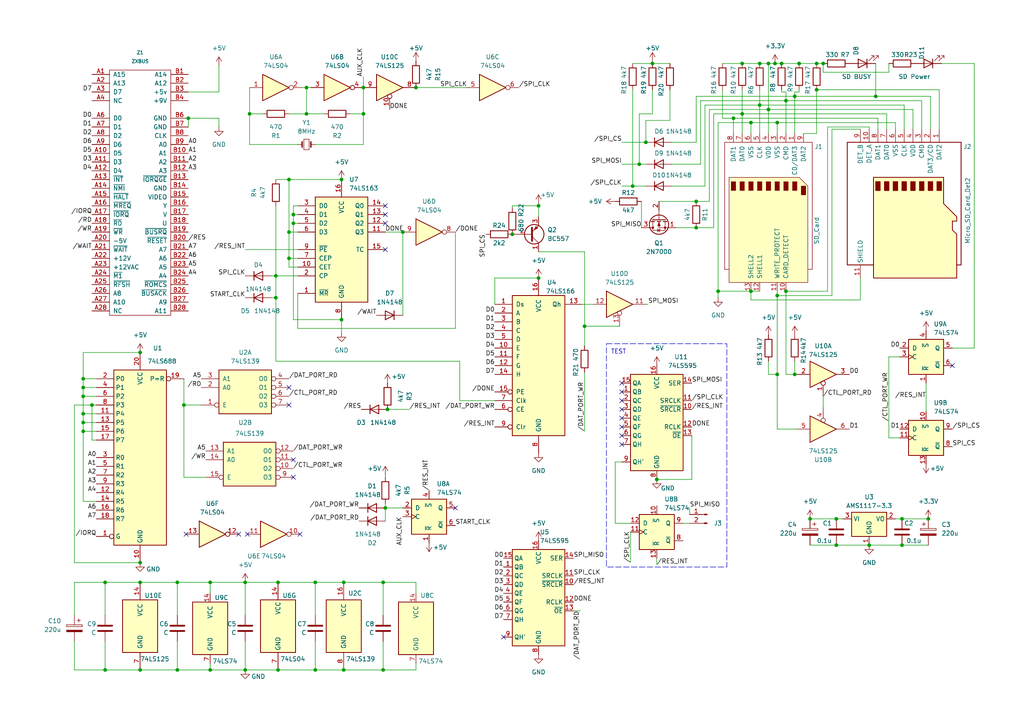
<source format=kicad_sch>
(kicad_sch (version 20230121) (generator eeschema)
  (paper "A4")
  (title_block (title "Hardware version of Z-Controller (SD Card)") (date "2024-08-21") (rev "V 0.1") (company "Mak7ym / 7FFD"))
  (junction (at 183.515 53.975))
  (junction (at 24.13 120.015))
  (junction (at 99.06 52.07))
  (junction (at 226.695 18.415))
  (junction (at 236.855 18.415))
  (junction (at 111.125 194.31))
  (junction (at 230.505 108.585))
  (junction (at 230.505 27.94))
  (junction (at 169.545 94.615))
  (junction (at 227.965 29.21))
  (junction (at 231.775 18.415))
  (junction (at 112.395 118.745))
  (junction (at 99.06 92.71))
  (junction (at 269.24 150.495))
  (junction (at 88.9 33.02))
  (junction (at 116.84 67.31))
  (junction (at 71.12 168.91))
  (junction (at 105.41 33.02))
  (junction (at 156.21 80.645))
  (junction (at 222.885 31.75))
  (junction (at 238.76 18.415))
  (junction (at 242.57 150.495))
  (junction (at 187.325 41.275))
  (junction (at 88.9 25.4))
  (junction (at 80.01 80.01))
  (junction (at 51.435 168.91))
  (junction (at 225.425 108.585))
  (junction (at 215.265 18.415))
  (junction (at 51.435 194.31))
  (junction (at 24.13 112.395))
  (junction (at 220.345 18.415))
  (junction (at 234.95 150.495))
  (junction (at 148.59 67.945))
  (junction (at 217.805 35.56))
  (junction (at 30.48 194.31))
  (junction (at 111.125 168.91))
  (junction (at 71.12 194.31))
  (junction (at 189.23 18.415))
  (junction (at 236.855 26.035))
  (junction (at 40.64 194.31))
  (junction (at 261.62 150.495))
  (junction (at 80.645 194.31))
  (junction (at 83.82 74.93))
  (junction (at 91.44 194.31))
  (junction (at 201.93 66.04))
  (junction (at 156.21 59.69))
  (junction (at 120.65 25.4))
  (junction (at 99.695 168.91))
  (junction (at 242.57 158.115))
  (junction (at 261.62 158.115))
  (junction (at 222.885 18.415))
  (junction (at 225.425 85.725))
  (junction (at 85.09 62.23))
  (junction (at 24.13 125.095))
  (junction (at 53.34 117.475))
  (junction (at 99.695 194.31))
  (junction (at 85.09 64.77))
  (junction (at 252.095 158.115))
  (junction (at 24.13 109.855))
  (junction (at 227.965 84.455))
  (junction (at 225.425 35.56))
  (junction (at 40.64 163.195))
  (junction (at 83.82 67.31))
  (junction (at 60.96 194.31))
  (junction (at 220.345 30.48))
  (junction (at 40.64 102.235))
  (junction (at 212.725 34.29))
  (junction (at 111.76 147.32))
  (junction (at 190.5 139.065))
  (junction (at 83.82 52.07))
  (junction (at 208.28 84.455))
  (junction (at 40.64 168.91))
  (junction (at 72.39 33.02))
  (junction (at 24.13 122.555))
  (junction (at 224.79 18.415))
  (junction (at 201.93 58.42))
  (junction (at 215.265 33.02))
  (junction (at 91.44 168.91))
  (junction (at 26.67 117.475))
  (junction (at 60.96 168.91))
  (junction (at 24.13 114.935))
  (junction (at 80.645 168.91))
  (junction (at 254 27.94))
  (junction (at 185.42 47.625))
  (junction (at 105.41 25.4))
  (junction (at 80.01 86.36))
  (junction (at 54.61 34.29))
  (junction (at 217.805 84.455))
  (junction (at 30.48 168.91))
  (no_connect (at 85.09 138.43))
  (no_connect (at 180.34 126.365))
  (no_connect (at 180.34 116.205))
  (no_connect (at 276.225 106.045))
  (no_connect (at 180.34 128.905))
  (no_connect (at 85.09 133.35))
  (no_connect (at 111.76 64.77))
  (no_connect (at 69.215 154.94))
  (no_connect (at 180.34 123.825))
  (no_connect (at 146.05 184.785))
  (no_connect (at 86.995 154.94))
  (no_connect (at 111.76 72.39))
  (no_connect (at 71.755 154.94))
  (no_connect (at 180.34 121.285))
  (no_connect (at 180.34 111.125))
  (no_connect (at 53.975 154.94))
  (no_connect (at 111.76 62.23))
  (no_connect (at 83.82 112.395))
  (no_connect (at 111.76 59.69))
  (no_connect (at 132.08 147.32))
  (no_connect (at 180.34 113.665))
  (no_connect (at 83.82 117.475))
  (no_connect (at 180.34 118.745))
  (wire (pts (xy 120.65 194.31) (xy 111.125 194.31)))
  (wire (pts (xy 169.545 107.95) (xy 169.545 125.095)))
  (wire (pts (xy 63.5 19.05) (xy 63.5 26.67)))
  (wire (pts (xy 208.28 84.455) (xy 208.28 35.56)))
  (wire (pts (xy 226.695 18.415) (xy 231.775 18.415)))
  (wire (pts (xy 60.96 194.31) (xy 71.12 194.31)))
  (wire (pts (xy 198.12 151.765) (xy 200.025 151.765)))
  (wire (pts (xy 207.01 33.02) (xy 215.265 33.02)))
  (wire (pts (xy 225.425 85.725) (xy 225.425 108.585)))
  (wire (pts (xy 53.34 117.475) (xy 58.42 117.475)))
  (wire (pts (xy 204.47 30.48) (xy 220.345 30.48)))
  (wire (pts (xy 217.805 84.455) (xy 220.345 84.455)))
  (wire (pts (xy 24.13 145.415) (xy 24.13 125.095)))
  (wire (pts (xy 230.505 27.94) (xy 230.505 38.735)))
  (wire (pts (xy 254.635 34.29) (xy 212.725 34.29)))
  (wire (pts (xy 71.12 194.31) (xy 80.645 194.31)))
  (wire (pts (xy 148.59 59.69) (xy 156.21 59.69)))
  (wire (pts (xy 105.41 25.4) (xy 105.41 33.02)))
  (wire (pts (xy 86.36 59.69) (xy 85.09 59.69)))
  (wire (pts (xy 201.93 58.42) (xy 205.74 58.42)))
  (wire (pts (xy 200.66 139.065) (xy 190.5 139.065)))
  (wire (pts (xy 111.125 186.055) (xy 111.125 194.31)))
  (wire (pts (xy 187.96 88.265) (xy 187.325 88.265)))
  (wire (pts (xy 222.885 18.415) (xy 224.79 18.415)))
  (wire (pts (xy 71.12 168.91) (xy 80.645 168.91)))
  (wire (pts (xy 261.62 150.495) (xy 269.24 150.495)))
  (wire (pts (xy 185.42 47.625) (xy 187.325 47.625)))
  (wire (pts (xy 99.06 92.71) (xy 99.06 96.52)))
  (wire (pts (xy 282.575 18.415) (xy 282.575 100.965)))
  (wire (pts (xy 54.61 34.29) (xy 54.61 36.83)))
  (wire (pts (xy 180.34 47.625) (xy 185.42 47.625)))
  (wire (pts (xy 236.855 18.415) (xy 238.76 18.415)))
  (wire (pts (xy 241.3 85.725) (xy 225.425 85.725)))
  (wire (pts (xy 215.265 33.02) (xy 257.175 33.02)))
  (wire (pts (xy 132.08 67.31) (xy 132.08 95.25)))
  (wire (pts (xy 238.76 118.11) (xy 238.76 114.935)))
  (wire (pts (xy 252.095 37.465) (xy 252.095 36.83)))
  (wire (pts (xy 209.55 26.035) (xy 209.55 34.29)))
  (wire (pts (xy 220.345 26.035) (xy 220.345 30.48)))
  (wire (pts (xy 169.545 73.025) (xy 169.545 94.615)))
  (wire (pts (xy 78.74 80.01) (xy 80.01 80.01)))
  (wire (pts (xy 27.94 114.935) (xy 24.13 114.935)))
  (wire (pts (xy 59.69 138.43) (xy 53.34 138.43)))
  (wire (pts (xy 227.965 84.455) (xy 240.03 84.455)))
  (wire (pts (xy 53.34 117.475) (xy 53.34 138.43)))
  (wire (pts (xy 111.76 67.31) (xy 116.84 67.31)))
  (wire (pts (xy 257.81 127) (xy 260.985 127)))
  (wire (pts (xy 99.06 92.71) (xy 85.09 92.71)))
  (wire (pts (xy 180.34 133.985) (xy 178.435 133.985)))
  (wire (pts (xy 208.28 35.56) (xy 217.805 35.56)))
  (wire (pts (xy 201.93 41.275) (xy 201.93 27.94)))
  (wire (pts (xy 80.645 194.31) (xy 91.44 194.31)))
  (wire (pts (xy 27.94 109.855) (xy 24.13 109.855)))
  (wire (pts (xy 257.175 33.02) (xy 257.175 37.465)))
  (wire (pts (xy 186.055 66.04) (xy 186.055 58.42)))
  (wire (pts (xy 236.855 26.035) (xy 272.415 26.035)))
  (wire (pts (xy 21.59 168.91) (xy 30.48 168.91)))
  (wire (pts (xy 63.5 26.67) (xy 54.61 26.67)))
  (wire (pts (xy 225.425 35.56) (xy 217.805 35.56)))
  (wire (pts (xy 80.01 52.07) (xy 83.82 52.07)))
  (wire (pts (xy 72.39 25.4) (xy 72.39 33.02)))
  (wire (pts (xy 180.34 53.975) (xy 183.515 53.975)))
  (wire (pts (xy 105.41 33.02) (xy 101.6 33.02)))
  (wire (pts (xy 257.81 103.505) (xy 260.985 103.505)))
  (wire (pts (xy 120.65 172.085) (xy 120.65 168.91)))
  (wire (pts (xy 264.795 37.465) (xy 264.795 31.75)))
  (wire (pts (xy 261.62 158.115) (xy 269.24 158.115)))
  (wire (pts (xy 187.325 34.925) (xy 187.325 41.275)))
  (wire (pts (xy 230.505 27.94) (xy 254 27.94)))
  (wire (pts (xy 185.42 33.02) (xy 185.42 47.625)))
  (wire (pts (xy 86.36 64.77) (xy 85.09 64.77)))
  (wire (pts (xy 203.2 29.21) (xy 227.965 29.21)))
  (wire (pts (xy 156.21 59.69) (xy 156.21 59.055)))
  (wire (pts (xy 204.47 53.975) (xy 204.47 30.48)))
  (wire (pts (xy 236.855 38.735) (xy 236.855 26.035)))
  (wire (pts (xy 71.12 168.91) (xy 71.12 178.435)))
  (wire (pts (xy 194.31 34.925) (xy 187.325 34.925)))
  (wire (pts (xy 264.795 31.75) (xy 222.885 31.75)))
  (wire (pts (xy 231.775 26.67) (xy 230.505 26.67)))
  (wire (pts (xy 178.435 133.985) (xy 178.435 151.765)))
  (wire (pts (xy 27.94 145.415) (xy 24.13 145.415)))
  (wire (pts (xy 241.3 37.465) (xy 241.3 85.725)))
  (wire (pts (xy 217.805 86.995) (xy 217.805 84.455)))
  (wire (pts (xy 231.775 18.415) (xy 236.855 18.415)))
  (wire (pts (xy 24.13 122.555) (xy 24.13 120.015)))
  (wire (pts (xy 222.885 31.75) (xy 222.885 38.735)))
  (wire (pts (xy 91.44 186.055) (xy 91.44 194.31)))
  (wire (pts (xy 60.96 168.91) (xy 71.12 168.91)))
  (wire (pts (xy 21.59 117.475) (xy 26.67 117.475)))
  (wire (pts (xy 83.82 52.07) (xy 99.06 52.07)))
  (wire (pts (xy 215.265 33.02) (xy 215.265 38.735)))
  (wire (pts (xy 257.81 18.415) (xy 257.81 20.955)))
  (wire (pts (xy 220.345 18.415) (xy 222.885 18.415)))
  (wire (pts (xy 111.125 178.435) (xy 111.125 168.91)))
  (wire (pts (xy 85.09 59.69) (xy 85.09 62.23)))
  (wire (pts (xy 189.23 33.02) (xy 185.42 33.02)))
  (wire (pts (xy 257.81 20.955) (xy 238.76 20.955)))
  (wire (pts (xy 168.91 88.265) (xy 172.085 88.265)))
  (wire (pts (xy 183.515 26.035) (xy 183.515 53.975)))
  (wire (pts (xy 86.36 77.47) (xy 83.82 77.47)))
  (wire (pts (xy 215.265 26.035) (xy 215.265 33.02)))
  (wire (pts (xy 194.31 26.035) (xy 194.31 34.925)))
  (wire (pts (xy 30.48 168.91) (xy 30.48 178.435)))
  (wire (pts (xy 230.505 104.775) (xy 230.505 108.585)))
  (wire (pts (xy 190.5 161.925) (xy 190.5 163.83)))
  (wire (pts (xy 212.725 34.29) (xy 212.725 38.735)))
  (wire (pts (xy 224.79 18.415) (xy 226.695 18.415)))
  (wire (pts (xy 112.395 118.745) (xy 118.745 118.745)))
  (wire (pts (xy 200.66 126.365) (xy 200.66 139.065)))
  (wire (pts (xy 227.965 108.585) (xy 230.505 108.585)))
  (wire (pts (xy 234.95 158.115) (xy 242.57 158.115)))
  (wire (pts (xy 189.23 17.78) (xy 189.23 18.415)))
  (wire (pts (xy 242.57 158.115) (xy 252.095 158.115)))
  (wire (pts (xy 183.515 53.975) (xy 187.325 53.975)))
  (wire (pts (xy 21.59 186.055) (xy 21.59 194.31)))
  (wire (pts (xy 40.64 194.31) (xy 51.435 194.31)))
  (wire (pts (xy 21.59 178.435) (xy 21.59 168.91)))
  (wire (pts (xy 88.9 25.4) (xy 87.63 25.4)))
  (wire (pts (xy 207.01 66.04) (xy 207.01 33.02)))
  (wire (pts (xy 83.82 52.07) (xy 83.82 67.31)))
  (wire (pts (xy 91.44 168.91) (xy 99.695 168.91)))
  (wire (pts (xy 30.48 168.91) (xy 40.64 168.91)))
  (wire (pts (xy 194.945 47.625) (xy 203.2 47.625)))
  (wire (pts (xy 83.82 74.93) (xy 86.36 74.93)))
  (wire (pts (xy 227.965 26.67) (xy 227.965 29.21)))
  (wire (pts (xy 259.715 150.495) (xy 261.62 150.495)))
  (wire (pts (xy 24.13 102.235) (xy 24.13 109.855)))
  (wire (pts (xy 220.345 30.48) (xy 220.345 38.735)))
  (wire (pts (xy 225.425 84.455) (xy 225.425 85.725)))
  (wire (pts (xy 178.435 151.765) (xy 182.88 151.765)))
  (wire (pts (xy 80.01 59.69) (xy 80.01 80.01)))
  (wire (pts (xy 91.44 194.31) (xy 99.695 194.31)))
  (wire (pts (xy 86.36 41.91) (xy 72.39 41.91)))
  (wire (pts (xy 254.635 37.465) (xy 254.635 34.29)))
  (wire (pts (xy 40.64 168.91) (xy 51.435 168.91)))
  (wire (pts (xy 63.5 34.29) (xy 54.61 34.29)))
  (wire (pts (xy 30.48 194.31) (xy 40.64 194.31)))
  (wire (pts (xy 26.67 127.635) (xy 27.94 127.635)))
  (wire (pts (xy 203.2 47.625) (xy 203.2 29.21)))
  (wire (pts (xy 267.335 37.465) (xy 267.335 29.21)))
  (wire (pts (xy 120.65 168.91) (xy 111.125 168.91)))
  (wire (pts (xy 259.715 35.56) (xy 225.425 35.56)))
  (wire (pts (xy 51.435 186.055) (xy 51.435 194.31)))
  (wire (pts (xy 133.35 116.205) (xy 133.35 104.775)))
  (wire (pts (xy 234.95 150.495) (xy 242.57 150.495)))
  (wire (pts (xy 120.65 25.4) (xy 135.255 25.4)))
  (wire (pts (xy 169.545 100.33) (xy 169.545 94.615)))
  (wire (pts (xy 143.51 80.645) (xy 156.21 80.645)))
  (wire (pts (xy 51.435 194.31) (xy 60.96 194.31)))
  (wire (pts (xy 273.05 18.415) (xy 282.575 18.415)))
  (wire (pts (xy 209.55 18.415) (xy 215.265 18.415)))
  (wire (pts (xy 30.48 186.055) (xy 30.48 194.31)))
  (wire (pts (xy 111.76 137.795) (xy 111.76 138.43)))
  (wire (pts (xy 27.94 112.395) (xy 24.13 112.395)))
  (wire (pts (xy 111.76 147.32) (xy 116.84 147.32)))
  (wire (pts (xy 242.57 150.495) (xy 244.475 150.495)))
  (wire (pts (xy 225.425 38.735) (xy 225.425 35.56)))
  (wire (pts (xy 27.94 125.095) (xy 24.13 125.095)))
  (wire (pts (xy 233.045 38.735) (xy 236.855 38.735)))
  (wire (pts (xy 196.215 66.04) (xy 201.93 66.04)))
  (wire (pts (xy 83.82 74.93) (xy 83.82 67.31)))
  (wire (pts (xy 63.5 36.83) (xy 63.5 34.29)))
  (wire (pts (xy 225.425 124.46) (xy 231.14 124.46)))
  (wire (pts (xy 72.39 33.02) (xy 76.2 33.02)))
  (wire (pts (xy 143.51 116.205) (xy 133.35 116.205)))
  (wire (pts (xy 105.41 41.91) (xy 105.41 33.02)))
  (wire (pts (xy 85.09 92.71) (xy 85.09 64.77)))
  (wire (pts (xy 111.76 147.32) (xy 111.76 151.13)))
  (wire (pts (xy 156.21 59.69) (xy 156.21 62.865)))
  (wire (pts (xy 72.39 41.91) (xy 72.39 33.02)))
  (wire (pts (xy 200.025 147.32) (xy 200.025 149.225)))
  (wire (pts (xy 238.76 18.415) (xy 238.76 20.955)))
  (wire (pts (xy 78.74 86.36) (xy 80.01 86.36)))
  (wire (pts (xy 231.775 26.035) (xy 231.775 26.67)))
  (wire (pts (xy 85.09 64.77) (xy 85.09 62.23)))
  (wire (pts (xy 282.575 100.965) (xy 276.225 100.965)))
  (wire (pts (xy 80.01 104.775) (xy 80.01 86.36)))
  (wire (pts (xy 257.81 103.505) (xy 257.81 127)))
  (wire (pts (xy 252.095 36.83) (xy 240.03 36.83)))
  (wire (pts (xy 24.13 125.095) (xy 24.13 122.555)))
  (wire (pts (xy 209.55 34.29) (xy 212.725 34.29)))
  (wire (pts (xy 194.945 41.275) (xy 201.93 41.275)))
  (wire (pts (xy 83.82 77.47) (xy 83.82 74.93)))
  (wire (pts (xy 111.125 168.91) (xy 99.695 168.91)))
  (wire (pts (xy 91.44 168.91) (xy 91.44 178.435)))
  (wire (pts (xy 148.59 60.325) (xy 148.59 59.69)))
  (wire (pts (xy 205.74 58.42) (xy 205.74 31.75)))
  (wire (pts (xy 51.435 168.91) (xy 60.96 168.91)))
  (wire (pts (xy 226.695 26.67) (xy 227.965 26.67)))
  (wire (pts (xy 240.03 36.83) (xy 240.03 84.455)))
  (wire (pts (xy 88.9 33.02) (xy 93.98 33.02)))
  (wire (pts (xy 259.715 37.465) (xy 259.715 35.56)))
  (wire (pts (xy 51.435 168.91) (xy 51.435 178.435)))
  (wire (pts (xy 215.265 18.415) (xy 220.345 18.415)))
  (wire (pts (xy 230.505 26.67) (xy 230.505 27.94)))
  (wire (pts (xy 254 27.94) (xy 269.875 27.94)))
  (wire (pts (xy 201.93 66.04) (xy 207.01 66.04)))
  (wire (pts (xy 169.545 94.615) (xy 179.705 94.615)))
  (wire (pts (xy 24.13 120.015) (xy 27.94 120.015)))
  (wire (pts (xy 262.255 37.465) (xy 262.255 30.48)))
  (wire (pts (xy 40.64 102.235) (xy 24.13 102.235)))
  (wire (pts (xy 111.76 146.05) (xy 111.76 147.32)))
  (wire (pts (xy 88.9 25.4) (xy 88.9 33.02)))
  (wire (pts (xy 183.515 18.415) (xy 189.23 18.415)))
  (wire (pts (xy 191.135 58.42) (xy 201.93 58.42)))
  (wire (pts (xy 249.555 37.465) (xy 241.3 37.465)))
  (wire (pts (xy 230.505 108.585) (xy 231.14 108.585)))
  (wire (pts (xy 208.28 84.455) (xy 217.805 84.455)))
  (wire (pts (xy 24.13 112.395) (xy 24.13 114.935)))
  (wire (pts (xy 71.12 72.39) (xy 86.36 72.39)))
  (wire (pts (xy 53.34 109.855) (xy 53.34 117.475)))
  (wire (pts (xy 24.13 122.555) (xy 27.94 122.555)))
  (wire (pts (xy 91.44 41.91) (xy 105.41 41.91)))
  (wire (pts (xy 180.34 41.275) (xy 187.325 41.275)))
  (wire (pts (xy 222.885 18.415) (xy 222.885 31.75)))
  (wire (pts (xy 24.13 114.935) (xy 24.13 120.015)))
  (wire (pts (xy 116.84 91.44) (xy 116.84 67.31)))
  (wire (pts (xy 60.96 172.085) (xy 60.96 168.91)))
  (wire (pts (xy 249.555 86.995) (xy 217.805 86.995)))
  (wire (pts (xy 217.805 35.56) (xy 217.805 38.735)))
  (wire (pts (xy 105.41 22.225) (xy 105.41 25.4)))
  (wire (pts (xy 26.67 117.475) (xy 26.67 127.635)))
  (wire (pts (xy 80.645 168.91) (xy 91.44 168.91)))
  (wire (pts (xy 90.17 25.4) (xy 88.9 25.4)))
  (wire (pts (xy 80.01 86.36) (xy 80.01 80.01)))
  (wire (pts (xy 189.23 26.035) (xy 189.23 33.02)))
  (wire (pts (xy 194.945 53.975) (xy 204.47 53.975)))
  (wire (pts (xy 24.13 109.855) (xy 24.13 112.395)))
  (wire (pts (xy 262.255 30.48) (xy 220.345 30.48)))
  (wire (pts (xy 27.94 117.475) (xy 26.67 117.475)))
  (wire (pts (xy 80.01 80.01) (xy 86.36 80.01)))
  (wire (pts (xy 208.28 86.36) (xy 208.28 84.455)))
  (wire (pts (xy 272.415 26.035) (xy 272.415 37.465)))
  (wire (pts (xy 225.425 108.585) (xy 225.425 124.46)))
  (wire (pts (xy 226.695 26.035) (xy 226.695 26.67)))
  (wire (pts (xy 156.21 73.025) (xy 169.545 73.025)))
  (wire (pts (xy 132.08 95.25) (xy 86.36 95.25)))
  (wire (pts (xy 111.125 194.31) (xy 99.695 194.31)))
  (wire (pts (xy 168.275 177.165) (xy 166.37 177.165)))
  (wire (pts (xy 222.885 108.585) (xy 222.885 104.775)))
  (wire (pts (xy 60.96 192.405) (xy 60.96 194.31)))
  (wire (pts (xy 201.93 27.94) (xy 230.505 27.94)))
  (wire (pts (xy 249.555 80.645) (xy 249.555 86.995)))
  (wire (pts (xy 85.09 62.23) (xy 86.36 62.23)))
  (wire (pts (xy 267.335 29.21) (xy 227.965 29.21)))
  (wire (pts (xy 86.36 67.31) (xy 83.82 67.31)))
  (wire (pts (xy 189.23 18.415) (xy 194.31 18.415)))
  (wire (pts (xy 222.885 108.585) (xy 225.425 108.585)))
  (wire (pts (xy 205.74 31.75) (xy 222.885 31.75)))
  (wire (pts (xy 252.095 158.115) (xy 261.62 158.115)))
  (wire (pts (xy 269.875 27.94) (xy 269.875 37.465)))
  (wire (pts (xy 71.12 186.055) (xy 71.12 194.31)))
  (wire (pts (xy 227.965 29.21) (xy 227.965 38.735)))
  (wire (pts (xy 83.82 33.02) (xy 88.9 33.02)))
  (wire (pts (xy 21.59 194.31) (xy 30.48 194.31)))
  (wire (pts (xy 21.59 163.195) (xy 21.59 117.475)))
  (wire (pts (xy 133.35 104.775) (xy 80.01 104.775)))
  (wire (pts (xy 182.88 154.305) (xy 182.88 163.195)))
  (wire (pts (xy 86.36 95.25) (xy 86.36 85.09)))
  (wire (pts (xy 143.51 88.265) (xy 143.51 80.645)))
  (wire (pts (xy 40.64 163.195) (xy 21.59 163.195)))
  (wire (pts (xy 254 18.415) (xy 254 27.94)))
  (wire (pts (xy 227.965 84.455) (xy 227.965 108.585)))
  (wire (pts (xy 120.65 192.405) (xy 120.65 194.31)))
  (wire (pts (xy 268.605 111.125) (xy 268.605 119.38)))
  (rectangle (start 175.895 99.695) (end 210.82 164.465) (stroke (width 0) (type dash)))
  (text "TEST" (at 177.165 102.87 0) (effects (font (size 1.27 1.27)) (justify left bottom)))
  (label "{slash}DAT_PORT_RD" (at 83.82 109.855 0))
  (label "SPI_MISO" (at 166.37 161.925 0))
  (label "SPI_MOSI" (at 187.96 88.265 0))
  (label "D0" (at 260.985 100.965 180))
  (label "SPI_CS" (at 276.225 129.54 0))
  (label "A5" (at 54.61 77.47 0))
  (label "D4" (at 26.67 49.53 180))
  (label "{slash}RES_INT" (at 166.37 169.545 0))
  (label "D4" (at 146.05 172.085 180))
  (label "{slash}RES_INT" (at 71.12 72.39 180))
  (label "D1" (at 146.05 164.465 180))
  (label "{slash}IORQ" (at 26.67 62.23 180))
  (label "D7" (at 26.67 26.67 180))
  (label "A5" (at 58.42 109.855 180))
  (label "A1" (at 27.94 135.255 180))
  (label "D1" (at 26.67 36.83 180))
  (label "{slash}DAT_PORT_RD" (at 168.275 177.165 270))
  (label "{slash}RES_INT" (at 200.66 118.745 0))
  (label "D4" (at 143.51 100.965 180))
  (label "D2" (at 143.51 95.885 180))
  (label "D0" (at 26.67 34.29 180))
  (label "DONE" (at 111.76 67.31 0))
  (label "{slash}RES" (at 104.775 118.745 180))
  (label "A3" (at 27.94 140.335 180))
  (label "A0" (at 27.94 132.715 180))
  (label "D0" (at 143.51 90.805 180))
  (label "D7" (at 143.51 108.585 180))
  (label "{slash}RES_INT" (at 143.51 123.825 180))
  (label "D6" (at 143.51 106.045 180))
  (label "D2" (at 26.67 39.37 180))
  (label "{slash}DAT_PORT_WR" (at 143.51 118.745 180))
  (label "{slash}WAIT" (at 109.22 91.44 180))
  (label "{slash}WR" (at 59.69 133.35 180))
  (label "D1" (at 260.985 124.46 180))
  (label "{slash}DAT_PORT_RD" (at 104.14 151.13 180))
  (label "{slash}DONE" (at 132.08 67.31 0))
  (label "D1" (at 143.51 93.345 180))
  (label "{slash}RES_INT" (at 124.46 142.24 90))
  (label "{slash}RES_INT" (at 268.605 115.57 180))
  (label "DONE" (at 200.66 123.825 0))
  (label "SPI_MOSI" (at 200.66 111.125 0))
  (label "A6" (at 27.94 147.955 180))
  (label "D0" (at 246.38 108.585 0))
  (label "{slash}DONE" (at 143.51 113.665 180))
  (label "D6" (at 146.05 177.165 180))
  (label "D3" (at 146.05 169.545 180))
  (label "A7" (at 54.61 72.39 0))
  (label "{slash}WR" (at 26.67 67.31 180))
  (label "D5" (at 26.67 44.45 180))
  (label "{slash}CTL_PORT_RD" (at 238.76 114.935 0))
  (label "{slash}SPI_CS" (at 180.34 41.275 180))
  (label "{slash}CTL_PORT_WR" (at 85.09 135.89 0))
  (label "{slash}IORQ" (at 27.94 155.575 180))
  (label "SPI_CLK" (at 166.37 167.005 0))
  (label "{slash}CTL_PORT_RD" (at 83.82 114.935 0))
  (label "D6" (at 26.67 41.91 180))
  (label "D2" (at 146.05 167.005 180))
  (label "A0" (at 54.61 41.91 0))
  (label "{slash}RD" (at 26.67 64.77 180))
  (label "A6" (at 54.61 74.93 0))
  (label "AUX_CLK" (at 116.84 149.86 270))
  (label "A5" (at 59.69 130.81 180))
  (label "SPI_MISO" (at 186.055 66.04 180))
  (label "DONE" (at 166.37 174.625 0))
  (label "{slash}SPI_CS" (at 276.225 124.46 0))
  (label "D3" (at 26.67 46.99 180))
  (label "A3" (at 54.61 49.53 0))
  (label "{slash}DAT_PORT_WR" (at 104.14 147.32 180))
  (label "{slash}SPI_CLK" (at 150.495 25.4 0))
  (label "A2" (at 54.61 46.99 0))
  (label "{slash}SPI_CLK" (at 180.34 53.975 180))
  (label "SPI_MOSI" (at 180.34 47.625 180))
  (label "{slash}CTL_PORT_WR" (at 257.81 107.95 270))
  (label "D5" (at 143.51 103.505 180))
  (label "AUX_CLK" (at 105.41 22.225 90))
  (label "{slash}RES_INT" (at 118.745 118.745 0))
  (label "SPI_CLK" (at 71.12 80.01 180))
  (label "A4" (at 54.61 80.01 0))
  (label "D7" (at 146.05 179.705 180))
  (label "START_CLK" (at 132.08 152.4 0))
  (label "DONE" (at 113.03 31.75 0))
  (label "{slash}RES" (at 54.61 69.85 0))
  (label "D1" (at 246.38 124.46 0))
  (label "A1" (at 54.61 44.45 0))
  (label "SPI_MISO" (at 200.025 147.32 0))
  (label "A7" (at 27.94 150.495 180))
  (label "{slash}SPI_CLK" (at 200.66 116.205 0))
  (label "{slash}DAT_PORT_WR" (at 85.09 130.81 0))
  (label "SPI_CLK" (at 127.635 25.4 0))
  (label "{slash}DAT_PORT_WR" (at 169.545 125.095 90))
  (label "{slash}SPI_CLK" (at 182.88 163.195 90))
  (label "D5" (at 146.05 174.625 180))
  (label "A4" (at 27.94 142.875 180))
  (label "A2" (at 27.94 137.795 180))
  (label "{slash}RD" (at 58.42 112.395 180))
  (label "{slash}WAIT" (at 26.67 72.39 180))
  (label "START_CLK" (at 71.12 86.36 180))
  (label "SPI_CS" (at 140.97 67.945 270))
  (label "D3" (at 143.51 98.425 180))
  (label "{slash}RES_INT" (at 190.5 163.83 0))
  (label "D0" (at 146.05 161.925 180))
  (symbol (lib_id "power:+5V") (at 178.435 58.42 90) (unit 1)
    (property "Reference" "#PWR015" (effects hide))
    (property "Value" "+5V" (at 174.625 58.42 90) (effects (justify left)))
  )
  (symbol (lib_id "Connector:Conn_01x02_Pin") (at 205.105 149.225 0) (mirror y) (unit 1)
    (property "Reference" "J3" (at 207.01 151.765 0) (effects (justify right)))
    (property "Value" "Conn_01x02_Pin" (effects hide))
  )
  (symbol (lib_id "power:GND") (at 63.5 36.83 0) (unit 1)
    (property "Reference" "#PWR02" (effects hide))
    (property "Value" "GND" (at 63.5 41.91 0))
  )
  (symbol (lib_id "Transistor_BJT:BC558") (at 153.67 67.945 0) (mirror x) (unit 1)
    (property "Reference" "Q2" (at 158.75 66.675 0) (effects (justify left)))
    (property "Value" "BC557" (at 158.75 69.215 0) (effects (justify left)))
    (property "Footprint" "Package_TO_SOT_THT:TO-92_Inline" (effects hide))
    (property "Datasheet" "https://www.onsemi.com/pub/Collateral/BC556BTA-D.pdf" (effects hide))
  )
  (symbol (lib_id "74xx:74LS125") (at 238.76 108.585 0) (unit 1)
    (property "Reference" "U10" (at 238.76 100.33 0))
    (property "Value" "74LS125" (at 238.76 102.87 0))
    (property "Datasheet" "http://www.ti.com/lit/gpn/sn74LS125" (effects hide))
  )
  (symbol (lib_id "Connector:Micro_SD_Card_Det2") (at 262.255 60.325 270) (unit 1)
    (property "Reference" "J2" (at 279.4 42.545 90) (effects (justify left)))
    (property "Value" "Micro_SD_Card_Det2" (at 280.67 51.435 0) (effects (justify left)))
    (property "Datasheet" "https://www.hirose.com/en/product/document?clcode=&productname=&series=DM3&documenttype=Catalog&lang=en&documentid=D49662_en" (effects hide))
  )
  (symbol (lib_id "power:GND") (at 208.28 86.36 0) (unit 1)
    (property "Reference" "#PWR05" (effects hide))
    (property "Value" "GND" (at 208.28 91.44 0))
  )
  (symbol (lib_id "Device:R") (at 189.23 22.225 0) (mirror x) (unit 1)
    (property "Reference" "R19" (at 186.69 25.4 90))
    (property "Value" "4k7" (at 186.69 20.955 90))
  )
  (symbol (lib_id "74xx:74LS125") (at 238.76 124.46 0) (mirror x) (unit 2)
    (property "Reference" "U10" (at 238.76 133.35 0))
    (property "Value" "74LS125" (at 238.76 130.81 0))
    (property "Datasheet" "http://www.ti.com/lit/gpn/sn74LS125" (effects hide))
  )
  (symbol (lib_id "Device:R") (at 222.885 100.965 0) (mirror x) (unit 1)
    (property "Reference" "R13" (at 220.345 104.14 90))
    (property "Value" "4k7" (at 220.345 99.695 90))
  )
  (symbol (lib_id "74xx:74LS04") (at 61.595 154.94 0) (unit 6)
    (property "Reference" "U6" (at 61.595 146.05 0))
    (property "Value" "74LS04" (at 61.595 148.59 0))
    (property "Datasheet" "http://www.ti.com/lit/gpn/sn74LS04" (effects hide))
  )
  (symbol (lib_id "Diode:1N4148") (at 107.95 147.32 0) (mirror x) (unit 1)
    (property "Reference" "D1" (at 107.95 140.97 0))
    (property "Value" "1N4148" (at 106.68 143.51 0))
    (property "Footprint" "Diode_THT:D_DO-35_SOD27_P7.62mm_Horizontal" (effects hide))
    (property "Datasheet" "https://assets.nexperia.com/documents/data-sheet/1N4148_1N4448.pdf" (effects hide))
    (property "Sim.Device" "D" (effects hide))
    (property "Sim.Pins" "1=K 2=A" (effects hide))
  )
  (symbol (lib_id "Connector:SD_Card") (at 222.885 61.595 270) (unit 1)
    (property "Reference" "J1" (at 236.22 42.545 90) (effects (justify left)))
    (property "Value" "SD_Card" (at 236.855 62.865 0) (effects (justify left)))
    (property "Datasheet" "http://portal.fciconnect.com/Comergent//fci/drawing/10067847.pdf" (effects hide))
  )
  (symbol (lib_id "Device:R") (at 194.31 22.225 0) (mirror x) (unit 1)
    (property "Reference" "R20" (at 191.77 26.035 90))
    (property "Value" "4k7" (at 191.77 20.955 90))
  )
  (symbol (lib_id "Device:R") (at 144.78 67.945 90) (mirror x) (unit 1)
    (property "Reference" "R24" (at 144.78 65.405 90))
    (property "Value" "2k2" (at 144.78 70.485 90))
  )
  (symbol (lib_id "Device:R") (at 120.65 21.59 180) (unit 1)
    (property "Reference" "R15" (at 127 21.59 90))
    (property "Value" "4k7" (at 124.46 21.59 90))
  )
  (symbol (lib_id "power:GND") (at 252.095 158.115 0) (unit 1)
    (property "Reference" "#PWR016" (effects hide))
    (property "Value" "GND" (at 252.095 163.195 0))
  )
  (symbol (lib_id "Diode:1N4148") (at 191.135 41.275 0) (unit 1)
    (property "Reference" "D6" (at 191.135 38.1 0))
    (property "Value" "1N4148" (at 196.85 38.1 0))
    (property "Footprint" "Diode_THT:D_DO-35_SOD27_P7.62mm_Horizontal" (effects hide))
    (property "Datasheet" "https://assets.nexperia.com/documents/data-sheet/1N4148_1N4448.pdf" (effects hide))
    (property "Sim.Device" "D" (effects hide))
    (property "Sim.Pins" "1=K 2=A" (effects hide))
  )
  (symbol (lib_id "74xx:74LS04") (at 124.46 67.31 0) (unit 4)
    (property "Reference" "U6" (at 124.46 58.42 0))
    (property "Value" "74LS04" (at 124.46 60.96 0))
    (property "Datasheet" "http://www.ti.com/lit/gpn/sn74LS04" (effects hide))
  )
  (symbol (lib_id "power:GND") (at 156.21 189.865 0) (unit 1)
    (property "Reference" "#PWR08" (effects hide))
    (property "Value" "GND" (at 156.21 194.945 0))
  )
  (symbol (lib_id "Device:LED") (at 269.24 18.415 180) (unit 1)
    (property "Reference" "D11" (at 267.335 13.335 90) (effects (justify left)))
    (property "Value" "SD Power" (at 269.875 22.225 0) (effects (justify left)))
  )
  (symbol (lib_id "74xx:74LS166") (at 156.21 106.045 0) (unit 1)
    (property "Reference" "U4" (at 160.02 81.915 0))
    (property "Value" "74LS166" (at 162.56 84.455 0))
    (property "Datasheet" "http://www.ti.com/lit/gpn/sn74LS166" (effects hide))
  )
  (symbol (lib_id "ZXBUS:ZXBUS") (at 31.75 102.87 0) (unit 1)
    (property "Reference" "Z1" (at 40.64 15.24 0) (effects (font (size 0.9906 0.9906))))
    (property "Value" "ZXBUS" (at 40.64 17.78 0) (effects (font (size 0.9906 0.9906))))
  )
  (symbol (lib_id "Device:R") (at 242.57 18.415 90) (mirror x) (unit 1)
    (property "Reference" "R7" (at 245.11 15.875 90))
    (property "Value" "330" (at 241.3 15.875 90))
  )
  (symbol (lib_id "74xx:74LS688") (at 40.64 132.715 0) (unit 1)
    (property "Reference" "U1" (at 45.72 100.965 0))
    (property "Value" "74LS688" (at 46.99 104.775 0))
    (property "Datasheet" "http://www.ti.com/lit/gpn/sn74LS688" (effects hide))
  )
  (symbol (lib_id "power:GND") (at 71.12 194.31 0) (unit 1)
    (property "Reference" "#PWR024" (effects hide))
    (property "Value" "GND" (at 74.93 196.215 0))
  )
  (symbol (lib_id "Device:C") (at 51.435 182.245 0) (unit 1)
    (property "Reference" "C6" (at 48.895 180.975 0) (effects (justify right)))
    (property "Value" "C" (at 48.895 183.515 0) (effects (justify right)))
  )
  (symbol (lib_id "74xx:74LS04") (at 79.375 154.94 0) (mirror x) (unit 5)
    (property "Reference" "U6" (at 73.66 161.29 0))
    (property "Value" "74LS04" (at 79.375 161.29 0))
    (property "Datasheet" "http://www.ti.com/lit/gpn/sn74LS04" (effects hide))
  )
  (symbol (lib_id "74xx:74LS74") (at 190.5 154.305 0) (unit 2)
    (property "Reference" "U8" (at 192.6941 144.78 0) (effects (justify left)))
    (property "Value" "74LS74" (at 192.6941 147.32 0) (effects (justify left)))
    (property "Footprint" "Connector_Card:SD_Hirose_DM1AA_SF_PEJ82" (effects hide))
    (property "Datasheet" "74xx/74hc_hct74.pdf" (effects hide))
  )
  (symbol (lib_id "power:+5V") (at 40.64 102.235 0) (unit 1)
    (property "Reference" "#PWR04" (effects hide))
    (property "Value" "+5V" (at 40.64 97.155 0))
  )
  (symbol (lib_id "74xx:74LS04") (at 80.645 181.61 0) (unit 7)
    (property "Reference" "U6" (at 81.915 172.72 0) (effects (justify left)))
    (property "Value" "74LS04" (at 81.28 191.135 0) (effects (justify left)))
    (property "Datasheet" "http://www.ti.com/lit/gpn/sn74LS04" (effects hide))
  )
  (symbol (lib_id "power:+5V") (at 120.65 17.78 0) (unit 1)
    (property "Reference" "#PWR025" (effects hide))
    (property "Value" "+5V" (at 120.65 13.97 0))
  )
  (symbol (lib_id "Device:C") (at 71.12 182.245 0) (unit 1)
    (property "Reference" "C5" (at 68.58 180.975 0) (effects (justify right)))
    (property "Value" "C" (at 68.58 183.515 0) (effects (justify right)))
  )
  (symbol (lib_id "Device:R") (at 169.545 104.14 0) (mirror x) (unit 1)
    (property "Reference" "R21" (at 167.005 107.315 90))
    (property "Value" "470" (at 167.005 102.87 90))
  )
  (symbol (lib_id "power:+5V") (at 63.5 19.05 0) (unit 1)
    (property "Reference" "#PWR03" (effects hide))
    (property "Value" "+5V" (at 63.5 13.97 0))
  )
  (symbol (lib_id "Device:R") (at 112.395 114.935 180) (unit 1)
    (property "Reference" "R3" (at 118.745 114.935 90))
    (property "Value" "4k7" (at 116.205 114.935 90))
  )
  (symbol (lib_id "power:+5V") (at 71.12 168.91 0) (unit 1)
    (property "Reference" "#PWR023" (effects hide))
    (property "Value" "+5V" (at 71.12 163.83 0))
  )
  (symbol (lib_id "power:+5V") (at 268.605 95.885 0) (unit 1)
    (property "Reference" "#PWR020" (effects hide))
    (property "Value" "+5V" (at 268.605 90.805 0))
  )
  (symbol (lib_id "74xx:74LS163") (at 99.06 72.39 0) (unit 1)
    (property "Reference" "U7" (at 101.2541 52.07 0) (effects (justify left)))
    (property "Value" "74LS163" (at 101.2541 54.61 0) (effects (justify left)))
    (property "Datasheet" "http://www.ti.com/lit/gpn/sn74LS163" (effects hide))
  )
  (symbol (lib_id "Device:LED") (at 250.19 18.415 180) (unit 1)
    (property "Reference" "D8" (at 248.285 13.335 90) (effects (justify left)))
    (property "Value" "SD BUSY" (at 252.73 22.225 0) (effects (justify left)))
  )
  (symbol (lib_id "74xx:74LS125") (at 113.03 25.4 0) (unit 3)
    (property "Reference" "U10" (at 113.03 16.51 0))
    (property "Value" "74LS125" (at 113.03 19.05 0))
    (property "Datasheet" "http://www.ti.com/lit/gpn/sn74LS125" (effects hide))
  )
  (symbol (lib_id "74xx:74LS74") (at 60.96 182.245 0) (unit 3)
    (property "Reference" "U9" (at 62.23 173.355 0) (effects (justify left)))
    (property "Value" "74LS74" (at 61.595 191.77 0) (effects (justify left)))
    (property "Datasheet" "74xx/74hc_hct74.pdf" (effects hide))
  )
  (symbol (lib_id "power:+5V") (at 234.95 150.495 0) (unit 1)
    (property "Reference" "#PWR014" (effects hide))
    (property "Value" "+5V" (at 234.95 145.415 0))
  )
  (symbol (lib_id "74xx:74LS04") (at 142.875 25.4 0) (unit 3)
    (property "Reference" "U6" (at 142.875 16.51 0))
    (property "Value" "74LS04" (at 142.875 19.05 0))
    (property "Datasheet" "http://www.ti.com/lit/gpn/sn74LS04" (effects hide))
  )
  (symbol (lib_id "Device:C") (at 242.57 154.305 0) (unit 1)
    (property "Reference" "C1" (at 241.3 151.765 0) (effects (justify right)))
    (property "Value" "0.1u" (at 241.3 156.845 0) (effects (justify right)))
  )
  (symbol (lib_id "74xx:74LS74") (at 124.46 149.86 0) (unit 1)
    (property "Reference" "U8" (at 126.6541 140.335 0) (effects (justify left)))
    (property "Value" "74LS74" (at 126.6541 142.875 0) (effects (justify left)))
    (property "Footprint" "Connector_Card:SD_Hirose_DM1AA_SF_PEJ82" (effects hide))
    (property "Datasheet" "74xx/74hc_hct74.pdf" (effects hide))
  )
  (symbol (lib_id "74xx:74LS74") (at 120.65 182.245 0) (unit 3)
    (property "Reference" "U8" (at 121.92 172.72 0) (effects (justify left)))
    (property "Value" "74LS74" (at 121.285 191.77 0) (effects (justify left)))
    (property "Footprint" "Connector_Card:SD_Hirose_DM1AA_SF_PEJ82" (effects hide))
    (property "Datasheet" "74xx/74hc_hct74.pdf" (effects hide))
  )
  (symbol (lib_id "Device:R") (at 226.695 22.225 0) (mirror x) (unit 1)
    (property "Reference" "R8" (at 224.155 25.4 90))
    (property "Value" "4k7" (at 224.155 20.955 90))
  )
  (symbol (lib_id "power:+5V") (at 222.885 97.155 0) (unit 1)
    (property "Reference" "#PWR022" (effects hide))
    (property "Value" "+5V" (at 222.885 92.075 0))
  )
  (symbol (lib_id "Device:R") (at 231.775 22.225 0) (mirror x) (unit 1)
    (property "Reference" "R9" (at 229.235 25.4 90))
    (property "Value" "4k7" (at 229.235 20.955 90))
  )
  (symbol (lib_id "power:+3.3V") (at 269.24 150.495 0) (unit 1)
    (property "Reference" "#PWR017" (effects hide))
    (property "Value" "+3.3V" (at 269.24 145.415 0))
  )
  (symbol (lib_id "Device:R") (at 80.01 55.88 0) (mirror x) (unit 1)
    (property "Reference" "R4" (at 73.66 55.88 90))
    (property "Value" "4k7" (at 76.2 55.88 90))
  )
  (symbol (lib_id "Device:R") (at 215.265 22.225 0) (mirror x) (unit 1)
    (property "Reference" "R10" (at 212.725 25.4 90))
    (property "Value" "4k7" (at 212.725 20.955 90))
  )
  (symbol (lib_id "power:+5V") (at 99.06 52.07 0) (unit 1)
    (property "Reference" "#PWR012" (effects hide))
    (property "Value" "+5V" (at 99.06 46.99 0))
  )
  (symbol (lib_id "Regulator_Linear:AMS1117-3.3") (at 252.095 150.495 0) (unit 1)
    (property "Reference" "U3" (at 252.095 144.145 0))
    (property "Value" "AMS1117-3.3" (at 252.095 146.685 0))
    (property "Footprint" "Package_TO_SOT_SMD:SOT-223-3_TabPin2" (effects hide))
    (property "Datasheet" "http://www.advanced-monolithic.com/pdf/ds1117.pdf" (effects hide))
  )
  (symbol (lib_id "Diode:1N4148") (at 113.03 91.44 180) (unit 1)
    (property "Reference" "D7" (at 113.03 85.09 0))
    (property "Value" "1N4148" (at 113.03 87.63 0))
    (property "Footprint" "Diode_THT:D_DO-35_SOD27_P7.62mm_Horizontal" (effects hide))
    (property "Datasheet" "https://assets.nexperia.com/documents/data-sheet/1N4148_1N4448.pdf" (effects hide))
    (property "Sim.Device" "D" (effects hide))
    (property "Sim.Pins" "1=K 2=A" (effects hide))
  )
  (symbol (lib_id "74xx:74LS04") (at 97.79 25.4 0) (unit 2)
    (property "Reference" "U6" (at 97.79 16.51 0))
    (property "Value" "74LS04" (at 97.79 19.05 0))
    (property "Datasheet" "http://www.ti.com/lit/gpn/sn74LS04" (effects hide))
  )
  (symbol (lib_id "Device:R") (at 220.345 22.225 0) (mirror x) (unit 1)
    (property "Reference" "R6" (at 217.805 26.035 90))
    (property "Value" "4k7" (at 217.805 20.955 90))
  )
  (symbol (lib_id "74xx:74LS74") (at 268.605 127 0) (unit 2)
    (property "Reference" "U9" (at 270.7991 116.84 0) (effects (justify left)))
    (property "Value" "74LS74" (at 270.7991 119.38 0) (effects (justify left)))
    (property "Datasheet" "74xx/74hc_hct74.pdf" (effects hide))
  )
  (symbol (lib_id "Device:C") (at 111.125 182.245 0) (unit 1)
    (property "Reference" "C8" (at 108.585 180.975 0) (effects (justify right)))
    (property "Value" "C" (at 108.585 183.515 0) (effects (justify right)))
  )
  (symbol (lib_id "Diode:1N4148") (at 74.93 86.36 0) (unit 1)
    (property "Reference" "D5" (at 71.12 90.17 0))
    (property "Value" "1N4148" (at 77.47 90.17 0))
    (property "Footprint" "Diode_THT:D_DO-35_SOD27_P7.62mm_Horizontal" (effects hide))
    (property "Datasheet" "https://assets.nexperia.com/documents/data-sheet/1N4148_1N4448.pdf" (effects hide))
    (property "Sim.Device" "D" (effects hide))
    (property "Sim.Pins" "1=K 2=A" (effects hide))
  )
  (symbol (lib_id "power:GND") (at 156.21 131.445 0) (unit 1)
    (property "Reference" "#PWR07" (effects hide))
    (property "Value" "GND" (at 156.21 136.525 0))
  )
  (symbol (lib_id "74xx:74LS139") (at 99.695 181.61 0) (unit 3)
    (property "Reference" "U2" (at 100.965 172.085 0) (effects (justify left)))
    (property "Value" "74LS139" (at 100.33 191.135 0) (effects (justify left)))
    (property "Datasheet" "http://www.ti.com/lit/ds/symlink/sn74ls139a.pdf" (effects hide))
  )
  (symbol (lib_id "Device:R") (at 230.505 100.965 0) (mirror y) (unit 1)
    (property "Reference" "R14" (at 233.045 103.505 90))
    (property "Value" "4k7" (at 233.045 99.695 90))
  )
  (symbol (lib_id "Device:R") (at 111.76 142.24 180) (unit 1)
    (property "Reference" "R5" (at 118.11 142.24 90))
    (property "Value" "4k7" (at 115.57 142.24 90))
  )
  (symbol (lib_id "power:+5V") (at 111.76 137.795 0) (unit 1)
    (property "Reference" "#PWR011" (effects hide))
    (property "Value" "+5V" (at 108.585 135.89 0))
  )
  (symbol (lib_id "Diode:1N4148") (at 107.95 151.13 0) (unit 1)
    (property "Reference" "D2" (at 107.95 157.48 0))
    (property "Value" "1N4148" (at 106.68 154.94 0))
    (property "Footprint" "Diode_THT:D_DO-35_SOD27_P7.62mm_Horizontal" (effects hide))
    (property "Datasheet" "https://assets.nexperia.com/documents/data-sheet/1N4148_1N4448.pdf" (effects hide))
    (property "Sim.Device" "D" (effects hide))
    (property "Sim.Pins" "1=K 2=A" (effects hide))
  )
  (symbol (lib_id "Device:R") (at 201.93 62.23 0) (mirror x) (unit 1)
    (property "Reference" "R11" (at 204.47 62.23 90))
    (property "Value" "4k7" (at 199.39 62.23 90))
  )
  (symbol (lib_id "Device:C") (at 261.62 154.305 0) (mirror y) (unit 1)
    (property "Reference" "C2" (at 262.255 151.765 0) (effects (justify right)))
    (property "Value" "0.1u" (at 262.89 156.845 0) (effects (justify right)))
  )
  (symbol (lib_id "74xx:74LS74") (at 268.605 103.505 0) (unit 1)
    (property "Reference" "U9" (at 270.7991 93.98 0) (effects (justify left)))
    (property "Value" "74LS74" (at 270.7991 96.52 0) (effects (justify left)))
    (property "Datasheet" "74xx/74hc_hct74.pdf" (effects hide))
  )
  (symbol (lib_id "Diode:1N4148") (at 191.135 53.975 0) (unit 1)
    (property "Reference" "D10" (at 191.135 50.8 0))
    (property "Value" "1N4148" (at 196.85 50.8 0))
    (property "Footprint" "Diode_THT:D_DO-35_SOD27_P7.62mm_Horizontal" (effects hide))
    (property "Datasheet" "https://assets.nexperia.com/documents/data-sheet/1N4148_1N4448.pdf" (effects hide))
    (property "Sim.Device" "D" (effects hide))
    (property "Sim.Pins" "1=K 2=A" (effects hide))
  )
  (symbol (lib_id "74xx:74LS595") (at 190.5 121.285 0) (mirror y) (unit 1)
    (property "Reference" "U11" (at 195.58 103.505 0) (effects (justify right)))
    (property "Value" "74LS595" (at 193.675 106.045 0) (effects (justify right)))
    (property "Datasheet" "http://www.ti.com/lit/gpn/sn74ls595" (effects hide))
  )
  (symbol (lib_id "Device:R") (at 148.59 64.135 0) (mirror y) (unit 1)
    (property "Reference" "R22" (at 151.13 60.96 90))
    (property "Value" "680" (at 151.13 65.405 90))
  )
  (symbol (lib_id "74xx:74LS595") (at 156.21 172.085 0) (mirror y) (unit 1)
    (property "Reference" "U5" (at 156.5559 154.305 0) (effects (justify right)))
    (property "Value" "74LS595" (at 156.5559 156.845 0) (effects (justify right)))
    (property "Datasheet" "http://www.ti.com/lit/gpn/sn74ls595" (effects hide))
  )
  (symbol (lib_id "74xx:74LS139") (at 71.12 112.395 0) (unit 1)
    (property "Reference" "U2" (at 71.12 102.235 0))
    (property "Value" "74LS139" (at 71.12 104.775 0))
    (property "Datasheet" "http://www.ti.com/lit/ds/symlink/sn74ls139a.pdf" (effects hide))
  )
  (symbol (lib_id "Device:R") (at 97.79 33.02 90) (unit 1)
    (property "Reference" "R2" (at 97.79 39.37 90))
    (property "Value" "470" (at 97.79 36.83 90))
  )
  (symbol (lib_id "Device:R") (at 236.855 22.225 0) (mirror x) (unit 1)
    (property "Reference" "R17" (at 234.315 25.4 90))
    (property "Value" "4k7" (at 234.315 20.955 90))
  )
  (symbol (lib_id "Diode:1N4148") (at 108.585 118.745 0) (unit 1)
    (property "Reference" "D3" (at 104.775 122.555 0))
    (property "Value" "1N4148" (at 111.125 122.555 0))
    (property "Footprint" "Diode_THT:D_DO-35_SOD27_P7.62mm_Horizontal" (effects hide))
    (property "Datasheet" "https://assets.nexperia.com/documents/data-sheet/1N4148_1N4448.pdf" (effects hide))
    (property "Sim.Device" "D" (effects hide))
    (property "Sim.Pins" "1=K 2=A" (effects hide))
  )
  (symbol (lib_id "Device:C_Polarized") (at 269.24 154.305 0) (unit 1)
    (property "Reference" "C3" (at 273.05 152.146 0) (effects (justify left)))
    (property "Value" "220u" (at 273.05 154.686 0) (effects (justify left)))
  )
  (symbol (lib_id "Diode:1N4148") (at 191.135 47.625 0) (unit 1)
    (property "Reference" "D9" (at 191.135 44.45 0))
    (property "Value" "1N4148" (at 196.85 44.45 0))
    (property "Footprint" "Diode_THT:D_DO-35_SOD27_P7.62mm_Horizontal" (effects hide))
    (property "Datasheet" "https://assets.nexperia.com/documents/data-sheet/1N4148_1N4448.pdf" (effects hide))
    (property "Sim.Device" "D" (effects hide))
    (property "Sim.Pins" "1=K 2=A" (effects hide))
  )
  (symbol (lib_id "Diode:1N4148") (at 74.93 80.01 0) (unit 1)
    (property "Reference" "D4" (at 74.93 76.835 0))
    (property "Value" "1N4148" (at 74.93 83.82 0))
    (property "Footprint" "Diode_THT:D_DO-35_SOD27_P7.62mm_Horizontal" (effects hide))
    (property "Datasheet" "https://assets.nexperia.com/documents/data-sheet/1N4148_1N4448.pdf" (effects hide))
    (property "Sim.Device" "D" (effects hide))
    (property "Sim.Pins" "1=K 2=A" (effects hide))
  )
  (symbol (lib_id "power:+5V") (at 124.46 157.48 180) (unit 1)
    (property "Reference" "#PWR026" (effects hide))
    (property "Value" "+5V" (at 127.635 158.75 0))
  )
  (symbol (lib_id "power:+5V") (at 189.23 17.78 0) (unit 1)
    (property "Reference" "#PWR027" (effects hide))
    (property "Value" "+5V" (at 189.23 13.97 0))
  )
  (symbol (lib_id "Device:C_Polarized") (at 21.59 182.245 0) (mirror y) (unit 1)
    (property "Reference" "C10" (at 17.78 180.086 0) (effects (justify left)))
    (property "Value" "220u" (at 17.78 182.626 0) (effects (justify left)))
  )
  (symbol (lib_id "Device:R") (at 80.01 33.02 90) (unit 1)
    (property "Reference" "R1" (at 80.01 39.37 90))
    (property "Value" "470" (at 80.01 36.83 90))
  )
  (symbol (lib_id "Transistor_FET:2N7000") (at 191.135 63.5 90) (mirror x) (unit 1)
    (property "Reference" "Q1" (at 191.135 70.485 90))
    (property "Value" "2N7000" (at 191.135 73.025 90))
    (property "Footprint" "Package_TO_SOT_THT:TO-92_Inline" (effects hide))
    (property "Datasheet" "https://www.vishay.com/docs/70226/70226.pdf" (effects hide))
  )
  (symbol (lib_id "Device:R") (at 261.62 18.415 90) (mirror x) (unit 1)
    (property "Reference" "R23" (at 264.16 15.875 90))
    (property "Value" "330" (at 260.35 15.875 90))
  )
  (symbol (lib_id "Device:R") (at 182.245 58.42 270) (mirror x) (unit 1)
    (property "Reference" "R12" (at 182.245 55.88 90))
    (property "Value" "4k7" (at 182.245 60.96 90))
  )
  (symbol (lib_id "power:+5V") (at 230.505 97.155 0) (unit 1)
    (property "Reference" "#PWR021" (effects hide))
    (property "Value" "+5V" (at 230.505 92.075 0))
  )
  (symbol (lib_id "Device:C") (at 30.48 182.245 0) (unit 1)
    (property "Reference" "C9" (at 27.94 180.975 0) (effects (justify right)))
    (property "Value" "C" (at 27.94 183.515 0) (effects (justify right)))
  )
  (symbol (lib_id "power:+5V") (at 112.395 111.125 0) (unit 1)
    (property "Reference" "#PWR010" (effects hide))
    (property "Value" "+5V" (at 115.57 109.22 0))
  )
  (symbol (lib_id "power:+5V") (at 156.21 156.845 0) (unit 1)
    (property "Reference" "#PWR09" (effects hide))
    (property "Value" "+5V" (at 156.21 151.765 0))
  )
  (symbol (lib_id "power:GND") (at 190.5 139.065 0) (unit 1)
    (property "Reference" "#PWR029" (effects hide))
    (property "Value" "GND" (at 193.675 141.605 0))
  )
  (symbol (lib_id "power:GND") (at 40.64 163.195 0) (unit 1)
    (property "Reference" "#PWR01" (effects hide))
    (property "Value" "GND" (at 44.45 165.1 0))
  )
  (symbol (lib_id "Device:R") (at 209.55 22.225 0) (mirror x) (unit 1)
    (property "Reference" "R16" (at 207.01 25.4 90))
    (property "Value" "4k7" (at 207.01 20.955 90))
  )
  (symbol (lib_id "power:+3.3V") (at 224.79 18.415 0) (unit 1)
    (property "Reference" "#PWR018" (effects hide))
    (property "Value" "+3.3V" (at 224.79 13.335 0))
  )
  (symbol (lib_id "power:+5V") (at 156.21 59.055 0) (unit 1)
    (property "Reference" "#PWR030" (effects hide))
    (property "Value" "+5V" (at 158.75 56.515 0))
  )
  (symbol (lib_id "Device:C_Polarized") (at 234.95 154.305 0) (mirror y) (unit 1)
    (property "Reference" "C4" (at 231.14 152.146 0) (effects (justify left)))
    (property "Value" "220u" (at 231.14 154.686 0) (effects (justify left)))
  )
  (symbol (lib_id "74xx:74LS04") (at 80.01 25.4 0) (unit 1)
    (property "Reference" "U6" (at 80.01 16.51 0))
    (property "Value" "74LS04" (at 80.01 19.05 0))
    (property "Datasheet" "http://www.ti.com/lit/gpn/sn74LS04" (effects hide))
  )
  (symbol (lib_id "Device:R") (at 183.515 22.225 0) (mirror x) (unit 1)
    (property "Reference" "R18" (at 180.975 25.4 90))
    (property "Value" "4k7" (at 180.975 20.955 90))
  )
  (symbol (lib_id "74xx:74LS125") (at 179.705 88.265 0) (unit 4)
    (property "Reference" "U10" (at 179.705 79.375 0))
    (property "Value" "74LS125" (at 179.705 81.915 0))
    (property "Datasheet" "http://www.ti.com/lit/gpn/sn74LS125" (effects hide))
  )
  (symbol (lib_id "power:GND") (at 99.06 96.52 0) (unit 1)
    (property "Reference" "#PWR013" (effects hide))
    (property "Value" "GND" (at 99.06 101.6 0))
  )
  (symbol (lib_id "Device:Crystal_Small") (at 88.9 41.91 0) (unit 1)
    (property "Reference" "Y1" (at 88.9 35.56 0))
    (property "Value" "8MHz" (at 88.9 38.1 0))
  )
  (symbol (lib_id "power:+5V") (at 190.5 106.045 0) (unit 1)
    (property "Reference" "#PWR028" (effects hide))
    (property "Value" "+5V" (at 190.5 100.965 0))
  )
  (symbol (lib_id "74xx:74LS139") (at 72.39 133.35 0) (unit 2)
    (property "Reference" "U2" (at 71.12 122.555 0))
    (property "Value" "74LS139" (at 72.39 125.73 0))
    (property "Datasheet" "http://www.ti.com/lit/ds/symlink/sn74ls139a.pdf" (effects hide))
  )
  (symbol (lib_id "power:+5V") (at 156.21 80.645 0) (unit 1)
    (property "Reference" "#PWR06" (effects hide))
    (property "Value" "+5V" (at 156.21 75.565 0))
  )
  (symbol (lib_id "Device:C") (at 91.44 182.245 0) (unit 1)
    (property "Reference" "C7" (at 88.9 180.975 0) (effects (justify right)))
    (property "Value" "C" (at 88.9 183.515 0) (effects (justify right)))
  )
  (symbol (lib_id "power:+5V") (at 268.605 134.62 180) (unit 1)
    (property "Reference" "#PWR019" (effects hide))
    (property "Value" "+5V" (at 271.78 135.89 0))
  )
  (symbol (lib_id "74xx:74LS125") (at 40.64 181.61 0) (unit 5)
    (property "Reference" "U10" (at 41.91 172.72 0) (effects (justify left)))
    (property "Value" "74LS125" (at 40.64 191.135 0) (effects (justify left)))
    (property "Datasheet" "http://www.ti.com/lit/gpn/sn74LS125" (effects hide))
  )
  (sheet (at 14.605 214.63) (size 31.75 11.43) (stroke (width 0.1524))
    (property "Sheetname" "Time Diagrams" (at 14.605 213.9184 0) (effects (justify left bottom)))
    (property "Sheetfile" "zx-sdc-time-diagrams.kicad_sch" (at 14.605 226.6446 0) (effects (justify left top)))
  )
)
</source>
